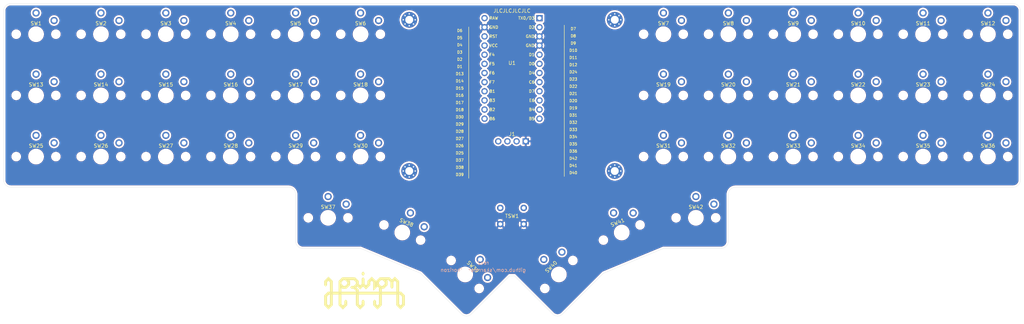
<source format=kicad_pcb>
(kicad_pcb (version 20171130) (host pcbnew "(5.1.4)-1")
  (layers (0 F.Cu signal) (31 B.Cu signal) (34 B.Paste user) (35 F.Paste user) (36 B.SilkS user) (37 F.SilkS user) (38 B.Mask user) (39 F.Mask user) (44 Edge.Cuts user))
  (net 0 "")
  (net 1 "Net-(D1-Pad2)")
  (net 2 "Net-(D2-Pad2)")
  (net 3 "Net-(D3-Pad2)")
  (net 4 "Net-(D4-Pad2)")
  (net 5 "Net-(D5-Pad2)")
  (net 6 "Net-(D6-Pad2)")
  (net 7 "Net-(D7-Pad2)")
  (net 8 "Net-(D8-Pad2)")
  (net 9 "Net-(D9-Pad2)")
  (net 10 "Net-(D10-Pad2)")
  (net 11 "Net-(D11-Pad2)")
  (net 12 "Net-(D12-Pad2)")
  (net 13 "Net-(D13-Pad2)")
  (net 14 "Net-(D14-Pad2)")
  (net 15 "Net-(D15-Pad2)")
  (net 16 "Net-(D16-Pad2)")
  (net 17 "Net-(D17-Pad2)")
  (net 18 "Net-(D18-Pad2)")
  (net 19 "Net-(D19-Pad2)")
  (net 20 "Net-(D20-Pad2)")
  (net 21 "Net-(D21-Pad2)")
  (net 22 "Net-(D22-Pad2)")
  (net 23 "Net-(D23-Pad2)")
  (net 24 "Net-(D24-Pad2)")
  (net 25 "Net-(D25-Pad2)")
  (net 26 "Net-(D26-Pad2)")
  (net 27 "Net-(D27-Pad2)")
  (net 28 "Net-(D28-Pad2)")
  (net 29 "Net-(D29-Pad2)")
  (net 30 "Net-(D30-Pad2)")
  (net 31 "Net-(D31-Pad2)")
  (net 32 "Net-(D32-Pad2)")
  (net 33 "Net-(D33-Pad2)")
  (net 34 "Net-(D34-Pad2)")
  (net 35 "Net-(D35-Pad2)")
  (net 36 "Net-(D36-Pad2)")
  (net 37 "Net-(D37-Pad2)")
  (net 38 "Net-(D38-Pad2)")
  (net 39 "Net-(D39-Pad2)")
  (net 40 "Net-(D40-Pad2)")
  (net 41 "Net-(D41-Pad2)")
  (net 42 "Net-(D42-Pad2)")
  (net 43 GND)
  (net 44 COL1)
  (net 45 COL2)
  (net 46 COL3)
  (net 47 COL4)
  (net 48 COL5)
  (net 49 COL6)
  (net 50 ROW1)
  (net 51 ROW2)
  (net 52 ROW3)
  (net 53 ROW4)
  (net 54 ROW5)
  (net 55 ROW6)
  (net 56 ROW7)
  (net 57 "Net-(H1-Pad1)")
  (net 58 "Net-(H2-Pad1)")
  (net 59 "Net-(H3-Pad1)")
  (net 60 "Net-(H4-Pad1)")
  (net 61 VCC)
  (net 62 SCL)
  (net 63 SDA)
  (net 64 "Net-(TSW1-Pad1)")
  (module horizon-footprints:SW_Choc (layer F.Cu) (at 295 137.5)
    (fp_text reference SW33 (at 0 -3) (layer F.SilkS))
    (fp_text value SW_Push)
    (pad "" np_thru_hole circle (at 5.5 0 180) (size 1.7 1.7) (drill 1.7) (layers *.Cu *.Mask))
    (pad "" np_thru_hole circle (at -5.5 0 180) (size 1.7 1.7) (drill 1.7) (layers *.Cu *.Mask))
    (pad 1 thru_hole circle (at 0 -5.9 180) (size 2 2) (drill 1.2) (layers *.Cu *.Mask) (net 46 COL3))
    (pad 2 thru_hole circle (at 5 -3.8 180) (size 2 2) (drill 1.2) (layers *.Cu *.Mask) (net 33 "Net-(D33-Pad2)"))
    (pad "" np_thru_hole circle (at 0 0 180) (size 3.4 3.4) (drill 3.4) (layers *.Cu *.Mask))
  )
  (module horizon-footprints:SW_Choc (layer F.Cu) (at 175 103.5)
    (fp_text reference SW6 (at 0 -3) (layer F.SilkS))
    (fp_text value SW_Push)
    (pad "" np_thru_hole circle (at 5.5 0 180) (size 1.7 1.7) (drill 1.7) (layers *.Cu *.Mask))
    (pad "" np_thru_hole circle (at -5.5 0 180) (size 1.7 1.7) (drill 1.7) (layers *.Cu *.Mask))
    (pad 1 thru_hole circle (at 0 -5.9 180) (size 2 2) (drill 1.2) (layers *.Cu *.Mask) (net 49 COL6))
    (pad 2 thru_hole circle (at 5 -3.8 180) (size 2 2) (drill 1.2) (layers *.Cu *.Mask) (net 6 "Net-(D6-Pad2)"))
    (pad "" np_thru_hole circle (at 0 0 180) (size 3.4 3.4) (drill 3.4) (layers *.Cu *.Mask))
  )
  (module horizon-footprints:SW_Choc (layer F.Cu) (at 247.432275 158.591175 22.5)
    (fp_text reference SW41 (at 0 -3 22.5) (layer F.SilkS))
    (fp_text value SW_Push)
    (pad "" np_thru_hole circle (at 5.5 0 202.5) (size 1.7 1.7) (drill 1.7) (layers *.Cu *.Mask))
    (pad "" np_thru_hole circle (at -5.5 0 202.5) (size 1.7 1.7) (drill 1.7) (layers *.Cu *.Mask))
    (pad 1 thru_hole circle (at 0 -5.9 202.5) (size 2 2) (drill 1.2) (layers *.Cu *.Mask) (net 48 COL5))
    (pad 2 thru_hole circle (at 5 -3.8 202.5) (size 2 2) (drill 1.2) (layers *.Cu *.Mask) (net 41 "Net-(D41-Pad2)"))
    (pad "" np_thru_hole circle (at 0 0 202.5) (size 3.4 3.4) (drill 3.4) (layers *.Cu *.Mask))
  )
  (module horizon-footprints:SW_Choc (layer F.Cu) (at 204.0042 170.241855 315)
    (fp_text reference SW39 (at 0 -3 135) (layer F.SilkS))
    (fp_text value SW_Push)
    (pad "" np_thru_hole circle (at 5.5 0 135) (size 1.7 1.7) (drill 1.7) (layers *.Cu *.Mask))
    (pad "" np_thru_hole circle (at -5.5 0 135) (size 1.7 1.7) (drill 1.7) (layers *.Cu *.Mask))
    (pad 1 thru_hole circle (at 0 -5.9 135) (size 2 2) (drill 1.2) (layers *.Cu *.Mask) (net 46 COL3))
    (pad 2 thru_hole circle (at 5 -3.8 135) (size 2 2) (drill 1.2) (layers *.Cu *.Mask) (net 39 "Net-(D39-Pad2)"))
    (pad "" np_thru_hole circle (at 0 0 135) (size 3.4 3.4) (drill 3.4) (layers *.Cu *.Mask))
  )
  (module horizon-footprints:SW_Choc (layer F.Cu) (at 186.567725 158.591175 337.5)
    (fp_text reference SW38 (at 0 -3 157.5) (layer F.SilkS))
    (fp_text value SW_Push)
    (pad "" np_thru_hole circle (at 5.5 0 157.5) (size 1.7 1.7) (drill 1.7) (layers *.Cu *.Mask))
    (pad "" np_thru_hole circle (at -5.5 0 157.5) (size 1.7 1.7) (drill 1.7) (layers *.Cu *.Mask))
    (pad 1 thru_hole circle (at 0 -5.9 157.5) (size 2 2) (drill 1.2) (layers *.Cu *.Mask) (net 45 COL2))
    (pad 2 thru_hole circle (at 5 -3.8 157.5) (size 2 2) (drill 1.2) (layers *.Cu *.Mask) (net 38 "Net-(D38-Pad2)"))
    (pad "" np_thru_hole circle (at 0 0 157.5) (size 3.4 3.4) (drill 3.4) (layers *.Cu *.Mask))
  )
  (module horizon-footprints:SW_Choc (layer F.Cu) (at 295 103.5)
    (fp_text reference SW9 (at 0 -3) (layer F.SilkS))
    (fp_text value SW_Push)
    (pad "" np_thru_hole circle (at 5.5 0 180) (size 1.7 1.7) (drill 1.7) (layers *.Cu *.Mask))
    (pad "" np_thru_hole circle (at -5.5 0 180) (size 1.7 1.7) (drill 1.7) (layers *.Cu *.Mask))
    (pad 1 thru_hole circle (at 0 -5.9 180) (size 2 2) (drill 1.2) (layers *.Cu *.Mask) (net 46 COL3))
    (pad 2 thru_hole circle (at 5 -3.8 180) (size 2 2) (drill 1.2) (layers *.Cu *.Mask) (net 9 "Net-(D9-Pad2)"))
    (pad "" np_thru_hole circle (at 0 0 180) (size 3.4 3.4) (drill 3.4) (layers *.Cu *.Mask))
  )
  (module horizon-footprints:SW_Choc (layer F.Cu) (at 166 154.5)
    (fp_text reference SW37 (at 0 -3) (layer F.SilkS))
    (fp_text value SW_Push)
    (pad "" np_thru_hole circle (at 5.5 0 180) (size 1.7 1.7) (drill 1.7) (layers *.Cu *.Mask))
    (pad "" np_thru_hole circle (at -5.5 0 180) (size 1.7 1.7) (drill 1.7) (layers *.Cu *.Mask))
    (pad 1 thru_hole circle (at 0 -5.9 180) (size 2 2) (drill 1.2) (layers *.Cu *.Mask) (net 44 COL1))
    (pad 2 thru_hole circle (at 5 -3.8 180) (size 2 2) (drill 1.2) (layers *.Cu *.Mask) (net 37 "Net-(D37-Pad2)"))
    (pad "" np_thru_hole circle (at 0 0 180) (size 3.4 3.4) (drill 3.4) (layers *.Cu *.Mask))
  )
  (module horizon-footprints:SW_Choc (layer F.Cu) (at 157 120.5)
    (fp_text reference SW17 (at 0 -3) (layer F.SilkS))
    (fp_text value SW_Push)
    (pad "" np_thru_hole circle (at 5.5 0 180) (size 1.7 1.7) (drill 1.7) (layers *.Cu *.Mask))
    (pad "" np_thru_hole circle (at -5.5 0 180) (size 1.7 1.7) (drill 1.7) (layers *.Cu *.Mask))
    (pad 1 thru_hole circle (at 0 -5.9 180) (size 2 2) (drill 1.2) (layers *.Cu *.Mask) (net 48 COL5))
    (pad 2 thru_hole circle (at 5 -3.8 180) (size 2 2) (drill 1.2) (layers *.Cu *.Mask) (net 17 "Net-(D17-Pad2)"))
    (pad "" np_thru_hole circle (at 0 0 180) (size 3.4 3.4) (drill 3.4) (layers *.Cu *.Mask))
  )
  (module horizon-footprints:SW_Choc (layer F.Cu) (at 157 103.5)
    (fp_text reference SW5 (at 0 -3) (layer F.SilkS))
    (fp_text value SW_Push)
    (pad "" np_thru_hole circle (at 5.5 0 180) (size 1.7 1.7) (drill 1.7) (layers *.Cu *.Mask))
    (pad "" np_thru_hole circle (at -5.5 0 180) (size 1.7 1.7) (drill 1.7) (layers *.Cu *.Mask))
    (pad 1 thru_hole circle (at 0 -5.9 180) (size 2 2) (drill 1.2) (layers *.Cu *.Mask) (net 48 COL5))
    (pad 2 thru_hole circle (at 5 -3.8 180) (size 2 2) (drill 1.2) (layers *.Cu *.Mask) (net 5 "Net-(D5-Pad2)"))
    (pad "" np_thru_hole circle (at 0 0 180) (size 3.4 3.4) (drill 3.4) (layers *.Cu *.Mask))
  )
  (module horizon-footprints:SW_Choc (layer F.Cu) (at 139 103.5)
    (fp_text reference SW4 (at 0 -3) (layer F.SilkS))
    (fp_text value SW_Push)
    (pad "" np_thru_hole circle (at 5.5 0 180) (size 1.7 1.7) (drill 1.7) (layers *.Cu *.Mask))
    (pad "" np_thru_hole circle (at -5.5 0 180) (size 1.7 1.7) (drill 1.7) (layers *.Cu *.Mask))
    (pad 1 thru_hole circle (at 0 -5.9 180) (size 2 2) (drill 1.2) (layers *.Cu *.Mask) (net 47 COL4))
    (pad 2 thru_hole circle (at 5 -3.8 180) (size 2 2) (drill 1.2) (layers *.Cu *.Mask) (net 4 "Net-(D4-Pad2)"))
    (pad "" np_thru_hole circle (at 0 0 180) (size 3.4 3.4) (drill 3.4) (layers *.Cu *.Mask))
  )
  (module horizon-footprints:SW_Choc (layer F.Cu) (at 259 103.5)
    (fp_text reference SW7 (at 0 -3) (layer F.SilkS))
    (fp_text value SW_Push)
    (pad "" np_thru_hole circle (at 5.5 0 180) (size 1.7 1.7) (drill 1.7) (layers *.Cu *.Mask))
    (pad "" np_thru_hole circle (at -5.5 0 180) (size 1.7 1.7) (drill 1.7) (layers *.Cu *.Mask))
    (pad 1 thru_hole circle (at 0 -5.9 180) (size 2 2) (drill 1.2) (layers *.Cu *.Mask) (net 44 COL1))
    (pad 2 thru_hole circle (at 5 -3.8 180) (size 2 2) (drill 1.2) (layers *.Cu *.Mask) (net 7 "Net-(D7-Pad2)"))
    (pad "" np_thru_hole circle (at 0 0 180) (size 3.4 3.4) (drill 3.4) (layers *.Cu *.Mask))
  )
  (module horizon-footprints:SW_Choc (layer F.Cu) (at 268 154.5)
    (fp_text reference SW42 (at 0 -3) (layer F.SilkS))
    (fp_text value SW_Push)
    (pad "" np_thru_hole circle (at 5.5 0 180) (size 1.7 1.7) (drill 1.7) (layers *.Cu *.Mask))
    (pad "" np_thru_hole circle (at -5.5 0 180) (size 1.7 1.7) (drill 1.7) (layers *.Cu *.Mask))
    (pad 1 thru_hole circle (at 0 -5.9 180) (size 2 2) (drill 1.2) (layers *.Cu *.Mask) (net 49 COL6))
    (pad 2 thru_hole circle (at 5 -3.8 180) (size 2 2) (drill 1.2) (layers *.Cu *.Mask) (net 42 "Net-(D42-Pad2)"))
    (pad "" np_thru_hole circle (at 0 0 180) (size 3.4 3.4) (drill 3.4) (layers *.Cu *.Mask))
  )
  (module horizon-footprints:SW_Choc (layer F.Cu) (at 229.9958 170.241855 45)
    (fp_text reference SW40 (at 0 -3 45) (layer F.SilkS))
    (fp_text value SW_Push)
    (pad "" np_thru_hole circle (at 5.5 0 225) (size 1.7 1.7) (drill 1.7) (layers *.Cu *.Mask))
    (pad "" np_thru_hole circle (at -5.5 0 225) (size 1.7 1.7) (drill 1.7) (layers *.Cu *.Mask))
    (pad 1 thru_hole circle (at 0 -5.9 225) (size 2 2) (drill 1.2) (layers *.Cu *.Mask) (net 47 COL4))
    (pad 2 thru_hole circle (at 5 -3.8 225) (size 2 2) (drill 1.2) (layers *.Cu *.Mask) (net 40 "Net-(D40-Pad2)"))
    (pad "" np_thru_hole circle (at 0 0 225) (size 3.4 3.4) (drill 3.4) (layers *.Cu *.Mask))
  )
  (module horizon-footprints:SW_Choc (layer F.Cu) (at 295 120.5)
    (fp_text reference SW21 (at 0 -3) (layer F.SilkS))
    (fp_text value SW_Push)
    (pad "" np_thru_hole circle (at 5.5 0 180) (size 1.7 1.7) (drill 1.7) (layers *.Cu *.Mask))
    (pad "" np_thru_hole circle (at -5.5 0 180) (size 1.7 1.7) (drill 1.7) (layers *.Cu *.Mask))
    (pad 1 thru_hole circle (at 0 -5.9 180) (size 2 2) (drill 1.2) (layers *.Cu *.Mask) (net 46 COL3))
    (pad 2 thru_hole circle (at 5 -3.8 180) (size 2 2) (drill 1.2) (layers *.Cu *.Mask) (net 21 "Net-(D21-Pad2)"))
    (pad "" np_thru_hole circle (at 0 0 180) (size 3.4 3.4) (drill 3.4) (layers *.Cu *.Mask))
  )
  (module horizon-footprints:SW_Choc (layer F.Cu) (at 277 120.5)
    (fp_text reference SW20 (at 0 -3) (layer F.SilkS))
    (fp_text value SW_Push)
    (pad "" np_thru_hole circle (at 5.5 0 180) (size 1.7 1.7) (drill 1.7) (layers *.Cu *.Mask))
    (pad "" np_thru_hole circle (at -5.5 0 180) (size 1.7 1.7) (drill 1.7) (layers *.Cu *.Mask))
    (pad 1 thru_hole circle (at 0 -5.9 180) (size 2 2) (drill 1.2) (layers *.Cu *.Mask) (net 45 COL2))
    (pad 2 thru_hole circle (at 5 -3.8 180) (size 2 2) (drill 1.2) (layers *.Cu *.Mask) (net 20 "Net-(D20-Pad2)"))
    (pad "" np_thru_hole circle (at 0 0 180) (size 3.4 3.4) (drill 3.4) (layers *.Cu *.Mask))
  )
  (module horizon-footprints:SW_Choc (layer F.Cu) (at 259 120.5)
    (fp_text reference SW19 (at 0 -3) (layer F.SilkS))
    (fp_text value SW_Push)
    (pad "" np_thru_hole circle (at 5.5 0 180) (size 1.7 1.7) (drill 1.7) (layers *.Cu *.Mask))
    (pad "" np_thru_hole circle (at -5.5 0 180) (size 1.7 1.7) (drill 1.7) (layers *.Cu *.Mask))
    (pad 1 thru_hole circle (at 0 -5.9 180) (size 2 2) (drill 1.2) (layers *.Cu *.Mask) (net 44 COL1))
    (pad 2 thru_hole circle (at 5 -3.8 180) (size 2 2) (drill 1.2) (layers *.Cu *.Mask) (net 19 "Net-(D19-Pad2)"))
    (pad "" np_thru_hole circle (at 0 0 180) (size 3.4 3.4) (drill 3.4) (layers *.Cu *.Mask))
  )
  (module horizon-footprints:SW_Choc (layer F.Cu) (at 175 120.5)
    (fp_text reference SW18 (at 0 -3) (layer F.SilkS))
    (fp_text value SW_Push)
    (pad "" np_thru_hole circle (at 5.5 0 180) (size 1.7 1.7) (drill 1.7) (layers *.Cu *.Mask))
    (pad "" np_thru_hole circle (at -5.5 0 180) (size 1.7 1.7) (drill 1.7) (layers *.Cu *.Mask))
    (pad 1 thru_hole circle (at 0 -5.9 180) (size 2 2) (drill 1.2) (layers *.Cu *.Mask) (net 49 COL6))
    (pad 2 thru_hole circle (at 5 -3.8 180) (size 2 2) (drill 1.2) (layers *.Cu *.Mask) (net 18 "Net-(D18-Pad2)"))
    (pad "" np_thru_hole circle (at 0 0 180) (size 3.4 3.4) (drill 3.4) (layers *.Cu *.Mask))
  )
  (module horizon-footprints:SW_Choc (layer F.Cu) (at 157 137.5)
    (fp_text reference SW29 (at 0 -3) (layer F.SilkS))
    (fp_text value SW_Push)
    (pad "" np_thru_hole circle (at 5.5 0 180) (size 1.7 1.7) (drill 1.7) (layers *.Cu *.Mask))
    (pad "" np_thru_hole circle (at -5.5 0 180) (size 1.7 1.7) (drill 1.7) (layers *.Cu *.Mask))
    (pad 1 thru_hole circle (at 0 -5.9 180) (size 2 2) (drill 1.2) (layers *.Cu *.Mask) (net 48 COL5))
    (pad 2 thru_hole circle (at 5 -3.8 180) (size 2 2) (drill 1.2) (layers *.Cu *.Mask) (net 29 "Net-(D29-Pad2)"))
    (pad "" np_thru_hole circle (at 0 0 180) (size 3.4 3.4) (drill 3.4) (layers *.Cu *.Mask))
  )
  (module horizon-footprints:SW_Choc (layer F.Cu) (at 277 137.5)
    (fp_text reference SW32 (at 0 -3) (layer F.SilkS))
    (fp_text value SW_Push)
    (pad "" np_thru_hole circle (at 5.5 0 180) (size 1.7 1.7) (drill 1.7) (layers *.Cu *.Mask))
    (pad "" np_thru_hole circle (at -5.5 0 180) (size 1.7 1.7) (drill 1.7) (layers *.Cu *.Mask))
    (pad 1 thru_hole circle (at 0 -5.9 180) (size 2 2) (drill 1.2) (layers *.Cu *.Mask) (net 45 COL2))
    (pad 2 thru_hole circle (at 5 -3.8 180) (size 2 2) (drill 1.2) (layers *.Cu *.Mask) (net 32 "Net-(D32-Pad2)"))
    (pad "" np_thru_hole circle (at 0 0 180) (size 3.4 3.4) (drill 3.4) (layers *.Cu *.Mask))
  )
  (module horizon-footprints:SW_Choc (layer F.Cu) (at 139 137.5)
    (fp_text reference SW28 (at 0 -3) (layer F.SilkS))
    (fp_text value SW_Push)
    (pad "" np_thru_hole circle (at 5.5 0 180) (size 1.7 1.7) (drill 1.7) (layers *.Cu *.Mask))
    (pad "" np_thru_hole circle (at -5.5 0 180) (size 1.7 1.7) (drill 1.7) (layers *.Cu *.Mask))
    (pad 1 thru_hole circle (at 0 -5.9 180) (size 2 2) (drill 1.2) (layers *.Cu *.Mask) (net 47 COL4))
    (pad 2 thru_hole circle (at 5 -3.8 180) (size 2 2) (drill 1.2) (layers *.Cu *.Mask) (net 28 "Net-(D28-Pad2)"))
    (pad "" np_thru_hole circle (at 0 0 180) (size 3.4 3.4) (drill 3.4) (layers *.Cu *.Mask))
  )
  (module horizon-footprints:SW_Choc (layer F.Cu) (at 175 137.5)
    (fp_text reference SW30 (at 0 -3) (layer F.SilkS))
    (fp_text value SW_Push)
    (pad "" np_thru_hole circle (at 5.5 0 180) (size 1.7 1.7) (drill 1.7) (layers *.Cu *.Mask))
    (pad "" np_thru_hole circle (at -5.5 0 180) (size 1.7 1.7) (drill 1.7) (layers *.Cu *.Mask))
    (pad 1 thru_hole circle (at 0 -5.9 180) (size 2 2) (drill 1.2) (layers *.Cu *.Mask) (net 49 COL6))
    (pad 2 thru_hole circle (at 5 -3.8 180) (size 2 2) (drill 1.2) (layers *.Cu *.Mask) (net 30 "Net-(D30-Pad2)"))
    (pad "" np_thru_hole circle (at 0 0 180) (size 3.4 3.4) (drill 3.4) (layers *.Cu *.Mask))
  )
  (module horizon-footprints:SW_Choc (layer F.Cu) (at 139 120.5)
    (fp_text reference SW16 (at 0 -3) (layer F.SilkS))
    (fp_text value SW_Push)
    (pad "" np_thru_hole circle (at 5.5 0 180) (size 1.7 1.7) (drill 1.7) (layers *.Cu *.Mask))
    (pad "" np_thru_hole circle (at -5.5 0 180) (size 1.7 1.7) (drill 1.7) (layers *.Cu *.Mask))
    (pad 1 thru_hole circle (at 0 -5.9 180) (size 2 2) (drill 1.2) (layers *.Cu *.Mask) (net 47 COL4))
    (pad 2 thru_hole circle (at 5 -3.8 180) (size 2 2) (drill 1.2) (layers *.Cu *.Mask) (net 16 "Net-(D16-Pad2)"))
    (pad "" np_thru_hole circle (at 0 0 180) (size 3.4 3.4) (drill 3.4) (layers *.Cu *.Mask))
  )
  (module horizon-footprints:SW_Choc (layer F.Cu) (at 259 137.5)
    (fp_text reference SW31 (at 0 -3) (layer F.SilkS))
    (fp_text value SW_Push)
    (pad "" np_thru_hole circle (at 5.5 0 180) (size 1.7 1.7) (drill 1.7) (layers *.Cu *.Mask))
    (pad "" np_thru_hole circle (at -5.5 0 180) (size 1.7 1.7) (drill 1.7) (layers *.Cu *.Mask))
    (pad 1 thru_hole circle (at 0 -5.9 180) (size 2 2) (drill 1.2) (layers *.Cu *.Mask) (net 44 COL1))
    (pad 2 thru_hole circle (at 5 -3.8 180) (size 2 2) (drill 1.2) (layers *.Cu *.Mask) (net 31 "Net-(D31-Pad2)"))
    (pad "" np_thru_hole circle (at 0 0 180) (size 3.4 3.4) (drill 3.4) (layers *.Cu *.Mask))
  )
  (module horizon-footprints:SW_Choc (layer F.Cu) (at 277 103.5)
    (fp_text reference SW8 (at 0 -3) (layer F.SilkS))
    (fp_text value SW_Push)
    (pad "" np_thru_hole circle (at 5.5 0 180) (size 1.7 1.7) (drill 1.7) (layers *.Cu *.Mask))
    (pad "" np_thru_hole circle (at -5.5 0 180) (size 1.7 1.7) (drill 1.7) (layers *.Cu *.Mask))
    (pad 1 thru_hole circle (at 0 -5.9 180) (size 2 2) (drill 1.2) (layers *.Cu *.Mask) (net 45 COL2))
    (pad 2 thru_hole circle (at 5 -3.8 180) (size 2 2) (drill 1.2) (layers *.Cu *.Mask) (net 8 "Net-(D8-Pad2)"))
    (pad "" np_thru_hole circle (at 0 0 180) (size 3.4 3.4) (drill 3.4) (layers *.Cu *.Mask))
  )
  (module horizon-footprints:SW_Choc (layer F.Cu) (at 121 103.5)
    (fp_text reference SW3 (at 0 -3) (layer F.SilkS))
    (fp_text value SW_Push)
    (pad "" np_thru_hole circle (at 5.5 0 180) (size 1.7 1.7) (drill 1.7) (layers *.Cu *.Mask))
    (pad "" np_thru_hole circle (at -5.5 0 180) (size 1.7 1.7) (drill 1.7) (layers *.Cu *.Mask))
    (pad 1 thru_hole circle (at 0 -5.9 180) (size 2 2) (drill 1.2) (layers *.Cu *.Mask) (net 46 COL3))
    (pad 2 thru_hole circle (at 5 -3.8 180) (size 2 2) (drill 1.2) (layers *.Cu *.Mask) (net 3 "Net-(D3-Pad2)"))
    (pad "" np_thru_hole circle (at 0 0 180) (size 3.4 3.4) (drill 3.4) (layers *.Cu *.Mask))
  )
  (module horizon-footprints:SW_Choc (layer F.Cu) (at 121 120.5)
    (fp_text reference SW15 (at 0 -3) (layer F.SilkS))
    (fp_text value SW_Push)
    (pad "" np_thru_hole circle (at 5.5 0 180) (size 1.7 1.7) (drill 1.7) (layers *.Cu *.Mask))
    (pad "" np_thru_hole circle (at -5.5 0 180) (size 1.7 1.7) (drill 1.7) (layers *.Cu *.Mask))
    (pad 1 thru_hole circle (at 0 -5.9 180) (size 2 2) (drill 1.2) (layers *.Cu *.Mask) (net 46 COL3))
    (pad 2 thru_hole circle (at 5 -3.8 180) (size 2 2) (drill 1.2) (layers *.Cu *.Mask) (net 15 "Net-(D15-Pad2)"))
    (pad "" np_thru_hole circle (at 0 0 180) (size 3.4 3.4) (drill 3.4) (layers *.Cu *.Mask))
  )
  (module horizon-footprints:SW_Choc (layer F.Cu) (at 121 137.5)
    (fp_text reference SW27 (at 0 -3) (layer F.SilkS))
    (fp_text value SW_Push)
    (pad "" np_thru_hole circle (at 5.5 0 180) (size 1.7 1.7) (drill 1.7) (layers *.Cu *.Mask))
    (pad "" np_thru_hole circle (at -5.5 0 180) (size 1.7 1.7) (drill 1.7) (layers *.Cu *.Mask))
    (pad 1 thru_hole circle (at 0 -5.9 180) (size 2 2) (drill 1.2) (layers *.Cu *.Mask) (net 46 COL3))
    (pad 2 thru_hole circle (at 5 -3.8 180) (size 2 2) (drill 1.2) (layers *.Cu *.Mask) (net 27 "Net-(D27-Pad2)"))
    (pad "" np_thru_hole circle (at 0 0 180) (size 3.4 3.4) (drill 3.4) (layers *.Cu *.Mask))
  )
  (module horizon-footprints:SW_Choc (layer F.Cu) (at 103 120.5)
    (fp_text reference SW14 (at 0 -3) (layer F.SilkS))
    (fp_text value SW_Push)
    (pad "" np_thru_hole circle (at 5.5 0 180) (size 1.7 1.7) (drill 1.7) (layers *.Cu *.Mask))
    (pad "" np_thru_hole circle (at -5.5 0 180) (size 1.7 1.7) (drill 1.7) (layers *.Cu *.Mask))
    (pad 1 thru_hole circle (at 0 -5.9 180) (size 2 2) (drill 1.2) (layers *.Cu *.Mask) (net 45 COL2))
    (pad 2 thru_hole circle (at 5 -3.8 180) (size 2 2) (drill 1.2) (layers *.Cu *.Mask) (net 14 "Net-(D14-Pad2)"))
    (pad "" np_thru_hole circle (at 0 0 180) (size 3.4 3.4) (drill 3.4) (layers *.Cu *.Mask))
  )
  (module horizon-footprints:SW_Choc (layer F.Cu) (at 103 137.5)
    (fp_text reference SW26 (at 0 -3) (layer F.SilkS))
    (fp_text value SW_Push)
    (pad "" np_thru_hole circle (at 5.5 0 180) (size 1.7 1.7) (drill 1.7) (layers *.Cu *.Mask))
    (pad "" np_thru_hole circle (at -5.5 0 180) (size 1.7 1.7) (drill 1.7) (layers *.Cu *.Mask))
    (pad 1 thru_hole circle (at 0 -5.9 180) (size 2 2) (drill 1.2) (layers *.Cu *.Mask) (net 45 COL2))
    (pad 2 thru_hole circle (at 5 -3.8 180) (size 2 2) (drill 1.2) (layers *.Cu *.Mask) (net 26 "Net-(D26-Pad2)"))
    (pad "" np_thru_hole circle (at 0 0 180) (size 3.4 3.4) (drill 3.4) (layers *.Cu *.Mask))
  )
  (module horizon-footprints:SW_Choc (layer F.Cu) (at 103 103.5)
    (fp_text reference SW2 (at 0 -3) (layer F.SilkS))
    (fp_text value SW_Push)
    (pad "" np_thru_hole circle (at 5.5 0 180) (size 1.7 1.7) (drill 1.7) (layers *.Cu *.Mask))
    (pad "" np_thru_hole circle (at -5.5 0 180) (size 1.7 1.7) (drill 1.7) (layers *.Cu *.Mask))
    (pad 1 thru_hole circle (at 0 -5.9 180) (size 2 2) (drill 1.2) (layers *.Cu *.Mask) (net 45 COL2))
    (pad 2 thru_hole circle (at 5 -3.8 180) (size 2 2) (drill 1.2) (layers *.Cu *.Mask) (net 2 "Net-(D2-Pad2)"))
    (pad "" np_thru_hole circle (at 0 0 180) (size 3.4 3.4) (drill 3.4) (layers *.Cu *.Mask))
  )
  (module horizon-footprints:SW_Choc (layer F.Cu) (at 85 137.5)
    (fp_text reference SW25 (at 0 -3) (layer F.SilkS))
    (fp_text value SW_Push)
    (pad "" np_thru_hole circle (at 5.5 0 180) (size 1.7 1.7) (drill 1.7) (layers *.Cu *.Mask))
    (pad "" np_thru_hole circle (at -5.5 0 180) (size 1.7 1.7) (drill 1.7) (layers *.Cu *.Mask))
    (pad 1 thru_hole circle (at 0 -5.9 180) (size 2 2) (drill 1.2) (layers *.Cu *.Mask) (net 44 COL1))
    (pad 2 thru_hole circle (at 5 -3.8 180) (size 2 2) (drill 1.2) (layers *.Cu *.Mask) (net 25 "Net-(D25-Pad2)"))
    (pad "" np_thru_hole circle (at 0 0 180) (size 3.4 3.4) (drill 3.4) (layers *.Cu *.Mask))
  )
  (module horizon-footprints:SW_Choc (layer F.Cu) (at 85 120.5)
    (fp_text reference SW13 (at 0 -3) (layer F.SilkS))
    (fp_text value SW_Push)
    (pad "" np_thru_hole circle (at 5.5 0 180) (size 1.7 1.7) (drill 1.7) (layers *.Cu *.Mask))
    (pad "" np_thru_hole circle (at -5.5 0 180) (size 1.7 1.7) (drill 1.7) (layers *.Cu *.Mask))
    (pad 1 thru_hole circle (at 0 -5.9 180) (size 2 2) (drill 1.2) (layers *.Cu *.Mask) (net 44 COL1))
    (pad 2 thru_hole circle (at 5 -3.8 180) (size 2 2) (drill 1.2) (layers *.Cu *.Mask) (net 13 "Net-(D13-Pad2)"))
    (pad "" np_thru_hole circle (at 0 0 180) (size 3.4 3.4) (drill 3.4) (layers *.Cu *.Mask))
  )
  (module horizon-footprints:SW_Choc (layer F.Cu) (at 85 103.5)
    (fp_text reference SW1 (at 0 -3) (layer F.SilkS))
    (fp_text value SW_Push)
    (pad "" np_thru_hole circle (at 5.5 0 180) (size 1.7 1.7) (drill 1.7) (layers *.Cu *.Mask))
    (pad "" np_thru_hole circle (at -5.5 0 180) (size 1.7 1.7) (drill 1.7) (layers *.Cu *.Mask))
    (pad 1 thru_hole circle (at 0 -5.9 180) (size 2 2) (drill 1.2) (layers *.Cu *.Mask) (net 44 COL1))
    (pad 2 thru_hole circle (at 5 -3.8 180) (size 2 2) (drill 1.2) (layers *.Cu *.Mask) (net 1 "Net-(D1-Pad2)"))
    (pad "" np_thru_hole circle (at 0 0 180) (size 3.4 3.4) (drill 3.4) (layers *.Cu *.Mask))
  )
  (module horizon-footprints:SW_Choc (layer F.Cu) (at 331 137.5)
    (fp_text reference SW35 (at 0 -3) (layer F.SilkS))
    (fp_text value SW_Push)
    (pad "" np_thru_hole circle (at 5.5 0 180) (size 1.7 1.7) (drill 1.7) (layers *.Cu *.Mask))
    (pad "" np_thru_hole circle (at -5.5 0 180) (size 1.7 1.7) (drill 1.7) (layers *.Cu *.Mask))
    (pad 1 thru_hole circle (at 0 -5.9 180) (size 2 2) (drill 1.2) (layers *.Cu *.Mask) (net 48 COL5))
    (pad 2 thru_hole circle (at 5 -3.8 180) (size 2 2) (drill 1.2) (layers *.Cu *.Mask) (net 35 "Net-(D35-Pad2)"))
    (pad "" np_thru_hole circle (at 0 0 180) (size 3.4 3.4) (drill 3.4) (layers *.Cu *.Mask))
  )
  (module horizon-footprints:SW_Choc (layer F.Cu) (at 313 137.5)
    (fp_text reference SW34 (at 0 -3) (layer F.SilkS))
    (fp_text value SW_Push)
    (pad "" np_thru_hole circle (at 5.5 0 180) (size 1.7 1.7) (drill 1.7) (layers *.Cu *.Mask))
    (pad "" np_thru_hole circle (at -5.5 0 180) (size 1.7 1.7) (drill 1.7) (layers *.Cu *.Mask))
    (pad 1 thru_hole circle (at 0 -5.9 180) (size 2 2) (drill 1.2) (layers *.Cu *.Mask) (net 47 COL4))
    (pad 2 thru_hole circle (at 5 -3.8 180) (size 2 2) (drill 1.2) (layers *.Cu *.Mask) (net 34 "Net-(D34-Pad2)"))
    (pad "" np_thru_hole circle (at 0 0 180) (size 3.4 3.4) (drill 3.4) (layers *.Cu *.Mask))
  )
  (module horizon-footprints:SW_Choc (layer F.Cu) (at 331 120.5)
    (fp_text reference SW23 (at 0 -3) (layer F.SilkS))
    (fp_text value SW_Push)
    (pad "" np_thru_hole circle (at 5.5 0 180) (size 1.7 1.7) (drill 1.7) (layers *.Cu *.Mask))
    (pad "" np_thru_hole circle (at -5.5 0 180) (size 1.7 1.7) (drill 1.7) (layers *.Cu *.Mask))
    (pad 1 thru_hole circle (at 0 -5.9 180) (size 2 2) (drill 1.2) (layers *.Cu *.Mask) (net 48 COL5))
    (pad 2 thru_hole circle (at 5 -3.8 180) (size 2 2) (drill 1.2) (layers *.Cu *.Mask) (net 23 "Net-(D23-Pad2)"))
    (pad "" np_thru_hole circle (at 0 0 180) (size 3.4 3.4) (drill 3.4) (layers *.Cu *.Mask))
  )
  (module horizon-footprints:SW_Choc (layer F.Cu) (at 313 120.5)
    (fp_text reference SW22 (at 0 -3) (layer F.SilkS))
    (fp_text value SW_Push)
    (pad "" np_thru_hole circle (at 5.5 0 180) (size 1.7 1.7) (drill 1.7) (layers *.Cu *.Mask))
    (pad "" np_thru_hole circle (at -5.5 0 180) (size 1.7 1.7) (drill 1.7) (layers *.Cu *.Mask))
    (pad 1 thru_hole circle (at 0 -5.9 180) (size 2 2) (drill 1.2) (layers *.Cu *.Mask) (net 47 COL4))
    (pad 2 thru_hole circle (at 5 -3.8 180) (size 2 2) (drill 1.2) (layers *.Cu *.Mask) (net 22 "Net-(D22-Pad2)"))
    (pad "" np_thru_hole circle (at 0 0 180) (size 3.4 3.4) (drill 3.4) (layers *.Cu *.Mask))
  )
  (module horizon-footprints:SW_Choc (layer F.Cu) (at 349 103.5)
    (fp_text reference SW12 (at 0 -3) (layer F.SilkS))
    (fp_text value SW_Push)
    (pad "" np_thru_hole circle (at 5.5 0 180) (size 1.7 1.7) (drill 1.7) (layers *.Cu *.Mask))
    (pad "" np_thru_hole circle (at -5.5 0 180) (size 1.7 1.7) (drill 1.7) (layers *.Cu *.Mask))
    (pad 1 thru_hole circle (at 0 -5.9 180) (size 2 2) (drill 1.2) (layers *.Cu *.Mask) (net 49 COL6))
    (pad 2 thru_hole circle (at 5 -3.8 180) (size 2 2) (drill 1.2) (layers *.Cu *.Mask) (net 12 "Net-(D12-Pad2)"))
    (pad "" np_thru_hole circle (at 0 0 180) (size 3.4 3.4) (drill 3.4) (layers *.Cu *.Mask))
  )
  (module horizon-footprints:SW_Choc (layer F.Cu) (at 349 120.5)
    (fp_text reference SW24 (at 0 -3) (layer F.SilkS))
    (fp_text value SW_Push)
    (pad "" np_thru_hole circle (at 5.5 0 180) (size 1.7 1.7) (drill 1.7) (layers *.Cu *.Mask))
    (pad "" np_thru_hole circle (at -5.5 0 180) (size 1.7 1.7) (drill 1.7) (layers *.Cu *.Mask))
    (pad 1 thru_hole circle (at 0 -5.9 180) (size 2 2) (drill 1.2) (layers *.Cu *.Mask) (net 49 COL6))
    (pad 2 thru_hole circle (at 5 -3.8 180) (size 2 2) (drill 1.2) (layers *.Cu *.Mask) (net 24 "Net-(D24-Pad2)"))
    (pad "" np_thru_hole circle (at 0 0 180) (size 3.4 3.4) (drill 3.4) (layers *.Cu *.Mask))
  )
  (module horizon-footprints:SW_Choc (layer F.Cu) (at 349 137.5)
    (fp_text reference SW36 (at 0 -3) (layer F.SilkS))
    (fp_text value SW_Push)
    (pad "" np_thru_hole circle (at 5.5 0 180) (size 1.7 1.7) (drill 1.7) (layers *.Cu *.Mask))
    (pad "" np_thru_hole circle (at -5.5 0 180) (size 1.7 1.7) (drill 1.7) (layers *.Cu *.Mask))
    (pad 1 thru_hole circle (at 0 -5.9 180) (size 2 2) (drill 1.2) (layers *.Cu *.Mask) (net 49 COL6))
    (pad 2 thru_hole circle (at 5 -3.8 180) (size 2 2) (drill 1.2) (layers *.Cu *.Mask) (net 36 "Net-(D36-Pad2)"))
    (pad "" np_thru_hole circle (at 0 0 180) (size 3.4 3.4) (drill 3.4) (layers *.Cu *.Mask))
  )
  (module horizon-footprints:SW_Choc (layer F.Cu) (at 331 103.5)
    (fp_text reference SW11 (at 0 -3) (layer F.SilkS))
    (fp_text value SW_Push)
    (pad "" np_thru_hole circle (at 5.5 0 180) (size 1.7 1.7) (drill 1.7) (layers *.Cu *.Mask))
    (pad "" np_thru_hole circle (at -5.5 0 180) (size 1.7 1.7) (drill 1.7) (layers *.Cu *.Mask))
    (pad 1 thru_hole circle (at 0 -5.9 180) (size 2 2) (drill 1.2) (layers *.Cu *.Mask) (net 48 COL5))
    (pad 2 thru_hole circle (at 5 -3.8 180) (size 2 2) (drill 1.2) (layers *.Cu *.Mask) (net 11 "Net-(D11-Pad2)"))
    (pad "" np_thru_hole circle (at 0 0 180) (size 3.4 3.4) (drill 3.4) (layers *.Cu *.Mask))
  )
  (module horizon-footprints:SW_Choc (layer F.Cu) (at 313 103.5)
    (fp_text reference SW10 (at 0 -3) (layer F.SilkS))
    (fp_text value SW_Push)
    (pad "" np_thru_hole circle (at 5.5 0 180) (size 1.7 1.7) (drill 1.7) (layers *.Cu *.Mask))
    (pad "" np_thru_hole circle (at -5.5 0 180) (size 1.7 1.7) (drill 1.7) (layers *.Cu *.Mask))
    (pad 1 thru_hole circle (at 0 -5.9 180) (size 2 2) (drill 1.2) (layers *.Cu *.Mask) (net 47 COL4))
    (pad 2 thru_hole circle (at 5 -3.8 180) (size 2 2) (drill 1.2) (layers *.Cu *.Mask) (net 10 "Net-(D10-Pad2)"))
    (pad "" np_thru_hole circle (at 0 0 180) (size 3.4 3.4) (drill 3.4) (layers *.Cu *.Mask))
  )
  (module horizon-footprints:D_SOD-123 (layer F.Cu) (at 202.5 116.5 180)
    (fp_text reference D14 (at 0 0) (layer F.SilkS) (effects (font (size 0.75 0.75))))
    (fp_text value D hide)
    (pad 2 smd rect (at 1.65 0 180) (size 0.9 1.2) (layers F.Cu F.Paste F.Mask) (net 14 "Net-(D14-Pad2)"))
    (pad 1 smd rect (at -1.65 0 180) (size 0.9 1.2) (layers F.Cu F.Paste F.Mask) (net 52 ROW3))
  )
  (module horizon-footprints:D_SOD-123 (layer F.Cu) (at 202.5 112.5 180)
    (fp_text reference D1 (at 0 0) (layer F.SilkS) (effects (font (size 0.75 0.75))))
    (fp_text value D hide)
    (pad 2 smd rect (at 1.65 0 180) (size 0.9 1.2) (layers F.Cu F.Paste F.Mask) (net 1 "Net-(D1-Pad2)"))
    (pad 1 smd rect (at -1.65 0 180) (size 0.9 1.2) (layers F.Cu F.Paste F.Mask) (net 50 ROW1))
  )
  (module horizon-footprints:D_SOD-123 (layer F.Cu) (at 234 102)
    (fp_text reference D7 (at 0 0) (layer F.SilkS) (effects (font (size 0.75 0.75))))
    (fp_text value D hide)
    (pad 2 smd rect (at 1.65 0) (size 0.9 1.2) (layers F.Cu F.Paste F.Mask) (net 7 "Net-(D7-Pad2)"))
    (pad 1 smd rect (at -1.65 0) (size 0.9 1.2) (layers F.Cu F.Paste F.Mask) (net 51 ROW2))
  )
  (module horizon-footprints:D_SOD-123 (layer F.Cu) (at 234 124)
    (fp_text reference D19 (at 0 0) (layer F.SilkS) (effects (font (size 0.75 0.75))))
    (fp_text value D hide)
    (pad 2 smd rect (at 1.65 0) (size 0.9 1.2) (layers F.Cu F.Paste F.Mask) (net 19 "Net-(D19-Pad2)"))
    (pad 1 smd rect (at -1.65 0) (size 0.9 1.2) (layers F.Cu F.Paste F.Mask) (net 53 ROW4))
  )
  (module horizon-footprints:D_SOD-123 (layer F.Cu) (at 202.5 114.5 180)
    (fp_text reference D13 (at 0 0) (layer F.SilkS) (effects (font (size 0.75 0.75))))
    (fp_text value D hide)
    (pad 2 smd rect (at 1.65 0 180) (size 0.9 1.2) (layers F.Cu F.Paste F.Mask) (net 13 "Net-(D13-Pad2)"))
    (pad 1 smd rect (at -1.65 0 180) (size 0.9 1.2) (layers F.Cu F.Paste F.Mask) (net 52 ROW3))
  )
  (module horizon-footprints:D_SOD-123 (layer F.Cu) (at 202.5 120.5 180)
    (fp_text reference D16 (at 0 0) (layer F.SilkS) (effects (font (size 0.75 0.75))))
    (fp_text value D hide)
    (pad 2 smd rect (at 1.65 0 180) (size 0.9 1.2) (layers F.Cu F.Paste F.Mask) (net 16 "Net-(D16-Pad2)"))
    (pad 1 smd rect (at -1.65 0 180) (size 0.9 1.2) (layers F.Cu F.Paste F.Mask) (net 52 ROW3))
  )
  (module horizon-footprints:D_SOD-123 (layer F.Cu) (at 202.5 118.5 180)
    (fp_text reference D15 (at 0 0) (layer F.SilkS) (effects (font (size 0.75 0.75))))
    (fp_text value D hide)
    (pad 2 smd rect (at 1.65 0 180) (size 0.9 1.2) (layers F.Cu F.Paste F.Mask) (net 15 "Net-(D15-Pad2)"))
    (pad 1 smd rect (at -1.65 0 180) (size 0.9 1.2) (layers F.Cu F.Paste F.Mask) (net 52 ROW3))
  )
  (module horizon-footprints:D_SOD-123 (layer F.Cu) (at 234 108)
    (fp_text reference D10 (at 0 0) (layer F.SilkS) (effects (font (size 0.75 0.75))))
    (fp_text value D hide)
    (pad 2 smd rect (at 1.65 0) (size 0.9 1.2) (layers F.Cu F.Paste F.Mask) (net 10 "Net-(D10-Pad2)"))
    (pad 1 smd rect (at -1.65 0) (size 0.9 1.2) (layers F.Cu F.Paste F.Mask) (net 51 ROW2))
  )
  (module horizon-footprints:D_SOD-123 (layer F.Cu) (at 234 110)
    (fp_text reference D11 (at 0 0) (layer F.SilkS) (effects (font (size 0.75 0.75))))
    (fp_text value D hide)
    (pad 2 smd rect (at 1.65 0) (size 0.9 1.2) (layers F.Cu F.Paste F.Mask) (net 11 "Net-(D11-Pad2)"))
    (pad 1 smd rect (at -1.65 0) (size 0.9 1.2) (layers F.Cu F.Paste F.Mask) (net 51 ROW2))
  )
  (module horizon-footprints:D_SOD-123 (layer F.Cu) (at 202.5 104.5 180)
    (fp_text reference D5 (at 0 0) (layer F.SilkS) (effects (font (size 0.75 0.75))))
    (fp_text value D hide)
    (pad 2 smd rect (at 1.65 0 180) (size 0.9 1.2) (layers F.Cu F.Paste F.Mask) (net 5 "Net-(D5-Pad2)"))
    (pad 1 smd rect (at -1.65 0 180) (size 0.9 1.2) (layers F.Cu F.Paste F.Mask) (net 50 ROW1))
  )
  (module horizon-footprints:D_SOD-123 (layer F.Cu) (at 202.5 124.5 180)
    (fp_text reference D18 (at 0 0) (layer F.SilkS) (effects (font (size 0.75 0.75))))
    (fp_text value D hide)
    (pad 2 smd rect (at 1.65 0 180) (size 0.9 1.2) (layers F.Cu F.Paste F.Mask) (net 18 "Net-(D18-Pad2)"))
    (pad 1 smd rect (at -1.65 0 180) (size 0.9 1.2) (layers F.Cu F.Paste F.Mask) (net 52 ROW3))
  )
  (module horizon-footprints:D_SOD-123 (layer F.Cu) (at 234 104)
    (fp_text reference D8 (at 0 0) (layer F.SilkS) (effects (font (size 0.75 0.75))))
    (fp_text value D hide)
    (pad 2 smd rect (at 1.65 0) (size 0.9 1.2) (layers F.Cu F.Paste F.Mask) (net 8 "Net-(D8-Pad2)"))
    (pad 1 smd rect (at -1.65 0) (size 0.9 1.2) (layers F.Cu F.Paste F.Mask) (net 51 ROW2))
  )
  (module horizon-footprints:D_SOD-123 (layer F.Cu) (at 202.5 102.5 180)
    (fp_text reference D6 (at 0 0) (layer F.SilkS) (effects (font (size 0.75 0.75))))
    (fp_text value D hide)
    (pad 2 smd rect (at 1.65 0 180) (size 0.9 1.2) (layers F.Cu F.Paste F.Mask) (net 6 "Net-(D6-Pad2)"))
    (pad 1 smd rect (at -1.65 0 180) (size 0.9 1.2) (layers F.Cu F.Paste F.Mask) (net 50 ROW1))
  )
  (module horizon-footprints:D_SOD-123 (layer F.Cu) (at 202.5 108.5 180)
    (fp_text reference D3 (at 0 0) (layer F.SilkS) (effects (font (size 0.75 0.75))))
    (fp_text value D hide)
    (pad 2 smd rect (at 1.65 0 180) (size 0.9 1.2) (layers F.Cu F.Paste F.Mask) (net 3 "Net-(D3-Pad2)"))
    (pad 1 smd rect (at -1.65 0 180) (size 0.9 1.2) (layers F.Cu F.Paste F.Mask) (net 50 ROW1))
  )
  (module horizon-footprints:D_SOD-123 (layer F.Cu) (at 234 120)
    (fp_text reference D21 (at 0 0) (layer F.SilkS) (effects (font (size 0.75 0.75))))
    (fp_text value D hide)
    (pad 2 smd rect (at 1.65 0) (size 0.9 1.2) (layers F.Cu F.Paste F.Mask) (net 21 "Net-(D21-Pad2)"))
    (pad 1 smd rect (at -1.65 0) (size 0.9 1.2) (layers F.Cu F.Paste F.Mask) (net 53 ROW4))
  )
  (module horizon-footprints:D_SOD-123 (layer F.Cu) (at 234 136)
    (fp_text reference D36 (at 0 0) (layer F.SilkS) (effects (font (size 0.75 0.75))))
    (fp_text value D hide)
    (pad 2 smd rect (at 1.65 0) (size 0.9 1.2) (layers F.Cu F.Paste F.Mask) (net 36 "Net-(D36-Pad2)"))
    (pad 1 smd rect (at -1.65 0) (size 0.9 1.2) (layers F.Cu F.Paste F.Mask) (net 55 ROW6))
  )
  (module horizon-footprints:D_SOD-123 (layer F.Cu) (at 202.5 110.5 180)
    (fp_text reference D2 (at 0 0) (layer F.SilkS) (effects (font (size 0.75 0.75))))
    (fp_text value D hide)
    (pad 2 smd rect (at 1.65 0 180) (size 0.9 1.2) (layers F.Cu F.Paste F.Mask) (net 2 "Net-(D2-Pad2)"))
    (pad 1 smd rect (at -1.65 0 180) (size 0.9 1.2) (layers F.Cu F.Paste F.Mask) (net 50 ROW1))
  )
  (module horizon-footprints:D_SOD-123 (layer F.Cu) (at 202.5 134.5 180)
    (fp_text reference D26 (at 0 0) (layer F.SilkS) (effects (font (size 0.75 0.75))))
    (fp_text value D hide)
    (pad 2 smd rect (at 1.65 0 180) (size 0.9 1.2) (layers F.Cu F.Paste F.Mask) (net 26 "Net-(D26-Pad2)"))
    (pad 1 smd rect (at -1.65 0 180) (size 0.9 1.2) (layers F.Cu F.Paste F.Mask) (net 54 ROW5))
  )
  (module horizon-footprints:D_SOD-123 (layer F.Cu) (at 202.5 138.5 180)
    (fp_text reference D37 (at 0 0) (layer F.SilkS) (effects (font (size 0.75 0.75))))
    (fp_text value D hide)
    (pad 1 smd rect (at -1.65 0 180) (size 0.9 1.2) (layers F.Cu F.Paste F.Mask) (net 56 ROW7))
    (pad 2 smd rect (at 1.65 0 180) (size 0.9 1.2) (layers F.Cu F.Paste F.Mask) (net 37 "Net-(D37-Pad2)"))
  )
  (module horizon-footprints:D_SOD-123 (layer F.Cu) (at 234 118)
    (fp_text reference D22 (at 0 0) (layer F.SilkS) (effects (font (size 0.75 0.75))))
    (fp_text value D hide)
    (pad 2 smd rect (at 1.65 0) (size 0.9 1.2) (layers F.Cu F.Paste F.Mask) (net 22 "Net-(D22-Pad2)"))
    (pad 1 smd rect (at -1.65 0) (size 0.9 1.2) (layers F.Cu F.Paste F.Mask) (net 53 ROW4))
  )
  (module horizon-footprints:D_SOD-123 (layer F.Cu) (at 234 116)
    (fp_text reference D23 (at 0 0) (layer F.SilkS) (effects (font (size 0.75 0.75))))
    (fp_text value D hide)
    (pad 2 smd rect (at 1.65 0) (size 0.9 1.2) (layers F.Cu F.Paste F.Mask) (net 23 "Net-(D23-Pad2)"))
    (pad 1 smd rect (at -1.65 0) (size 0.9 1.2) (layers F.Cu F.Paste F.Mask) (net 53 ROW4))
  )
  (module horizon-footprints:D_SOD-123 (layer F.Cu) (at 234 132)
    (fp_text reference D34 (at 0 0) (layer F.SilkS) (effects (font (size 0.75 0.75))))
    (fp_text value D hide)
    (pad 2 smd rect (at 1.65 0) (size 0.9 1.2) (layers F.Cu F.Paste F.Mask) (net 34 "Net-(D34-Pad2)"))
    (pad 1 smd rect (at -1.65 0) (size 0.9 1.2) (layers F.Cu F.Paste F.Mask) (net 55 ROW6))
  )
  (module horizon-footprints:Pro-Micro (layer F.Cu) (at 217 95)
    (fp_text reference U1 (at 0 16.5) (layer F.SilkS))
    (fp_text value PRO-MICRO)
    (fp_text user B2 (at -6.35 29.43) (layer F.SilkS) (effects (font (size 0.8 0.8)) (justify left)))
    (fp_text user F7 (at -6.35 21.81) (layer F.SilkS) (effects (font (size 0.8 0.8)) (justify left)))
    (fp_text user F6 (at -6.35 19.27) (layer F.SilkS) (effects (font (size 0.8 0.8)) (justify left)))
    (fp_text user F5 (at -6.35 16.73) (layer F.SilkS) (effects (font (size 0.8 0.8)) (justify left)))
    (fp_text user RAW (at -6.35 4.03) (layer F.SilkS) (effects (font (size 0.8 0.8)) (justify left)))
    (fp_text user GND (at -6.35 6.57) (layer F.SilkS) (effects (font (size 0.8 0.8)) (justify left)))
    (fp_text user VCC (at -6.35 11.65) (layer F.SilkS) (effects (font (size 0.8 0.8)) (justify left)))
    (fp_text user F4 (at -6.35 14.19) (layer F.SilkS) (effects (font (size 0.8 0.8)) (justify left)))
    (fp_text user B1 (at -6.35 24.35) (layer F.SilkS) (effects (font (size 0.8 0.8)) (justify left)))
    (fp_text user B3 (at -6.35 26.89) (layer F.SilkS) (effects (font (size 0.8 0.8)) (justify left)))
    (fp_text user B6 (at -6.35 31.97) (layer F.SilkS) (effects (font (size 0.8 0.8)) (justify left)))
    (fp_text user B5 (at 6.35 31.97) (layer F.SilkS) (effects (font (size 0.8 0.8)) (justify right)))
    (fp_text user B4 (at 6.35 29.43) (layer F.SilkS) (effects (font (size 0.8 0.8)) (justify right)))
    (fp_text user E6 (at 6.35 26.89) (layer F.SilkS) (effects (font (size 0.8 0.8)) (justify right)))
    (fp_text user D7 (at 6.35 24.35) (layer F.SilkS) (effects (font (size 0.8 0.8)) (justify right)))
    (fp_text user C6 (at 6.35 21.81) (layer F.SilkS) (effects (font (size 0.8 0.8)) (justify right)))
    (fp_text user D4 (at 6.35 19.27) (layer F.SilkS) (effects (font (size 0.8 0.8)) (justify right)))
    (fp_text user GND (at 6.35 9.11) (layer F.SilkS) (effects (font (size 0.8 0.8)) (justify right)))
    (fp_text user GND (at 6.35 11.65) (layer F.SilkS) (effects (font (size 0.8 0.8)) (justify right)))
    (fp_text user D1 (at 6.35 14.19) (layer F.SilkS) (effects (font (size 0.8 0.8)) (justify right)))
    (fp_text user D0 (at 6.35 16.73) (layer F.SilkS) (effects (font (size 0.8 0.8)) (justify right)))
    (fp_text user D2 (at 6.35 6.57) (layer F.SilkS) (effects (font (size 0.8 0.8)) (justify right)))
    (fp_text user TX0/D3 (at 6.35 4.03) (layer F.SilkS) (effects (font (size 0.8 0.8)) (justify right)))
    (fp_text user RST (at -6.35 9.11) (layer F.SilkS) (effects (font (size 0.8 0.8)) (justify left)))
    (pad 1 thru_hole rect (at 7.62 4.03) (size 1.75 1.75) (drill 1.05) (layers *.Cu *.Mask) (net 51 ROW2))
    (pad 2 thru_hole circle (at 7.62 6.57) (size 1.75 1.75) (drill 1.05) (layers *.Cu *.Mask) (net 53 ROW4))
    (pad 3 thru_hole circle (at 7.62 9.11) (size 1.75 1.75) (drill 1.05) (layers *.Cu *.Mask) (net 43 GND))
    (pad 4 thru_hole circle (at 7.62 11.65) (size 1.75 1.75) (drill 1.05) (layers *.Cu *.Mask) (net 43 GND))
    (pad 5 thru_hole circle (at 7.62 14.19) (size 1.75 1.75) (drill 1.05) (layers *.Cu *.Mask) (net 63 SDA))
    (pad 6 thru_hole circle (at 7.62 16.73) (size 1.75 1.75) (drill 1.05) (layers *.Cu *.Mask) (net 62 SCL))
    (pad 7 thru_hole circle (at 7.62 19.27) (size 1.75 1.75) (drill 1.05) (layers *.Cu *.Mask) (net 44 COL1))
    (pad 8 thru_hole circle (at 7.62 21.81) (size 1.75 1.75) (drill 1.05) (layers *.Cu *.Mask) (net 45 COL2))
    (pad 9 thru_hole circle (at 7.62 24.35) (size 1.75 1.75) (drill 1.05) (layers *.Cu *.Mask) (net 46 COL3))
    (pad 10 thru_hole circle (at 7.62 26.89) (size 1.75 1.75) (drill 1.05) (layers *.Cu *.Mask) (net 47 COL4))
    (pad 11 thru_hole circle (at 7.62 29.43) (size 1.75 1.75) (drill 1.05) (layers *.Cu *.Mask) (net 48 COL5))
    (pad 13 thru_hole circle (at -7.62 31.97) (size 1.75 1.75) (drill 1.05) (layers *.Cu *.Mask) (net 56 ROW7))
    (pad 14 thru_hole circle (at -7.62 29.43) (size 1.75 1.75) (drill 1.05) (layers *.Cu *.Mask) (net 55 ROW6))
    (pad 15 thru_hole circle (at -7.62 26.89) (size 1.75 1.75) (drill 1.05) (layers *.Cu *.Mask) (net 54 ROW5))
    (pad 16 thru_hole circle (at -7.62 24.35) (size 1.75 1.75) (drill 1.05) (layers *.Cu *.Mask) (net 52 ROW3))
    (pad 17 thru_hole circle (at -7.62 21.81) (size 1.75 1.75) (drill 1.05) (layers *.Cu *.Mask) (net 50 ROW1))
    (pad 18 thru_hole circle (at -7.62 19.27 270) (size 1.75 1.75) (drill 1.05) (layers *.Cu *.Mask))
    (pad 19 thru_hole circle (at -7.62 16.73) (size 1.75 1.75) (drill 1.05) (layers *.Cu *.Mask))
    (pad 20 thru_hole circle (at -7.62 14.19) (size 1.75 1.75) (drill 1.05) (layers *.Cu *.Mask))
    (pad 21 thru_hole circle (at -7.62 11.65) (size 1.75 1.75) (drill 1.05) (layers *.Cu *.Mask) (net 61 VCC))
    (pad 22 thru_hole circle (at -7.62 9.11) (size 1.75 1.75) (drill 1.05) (layers *.Cu *.Mask) (net 64 "Net-(TSW1-Pad1)"))
    (pad 23 thru_hole circle (at -7.62 6.57) (size 1.75 1.75) (drill 1.05) (layers *.Cu *.Mask) (net 43 GND))
    (pad 12 thru_hole circle (at 7.62 31.97) (size 1.75 1.75) (drill 1.05) (layers *.Cu *.Mask) (net 49 COL6))
    (pad 24 thru_hole circle (at -7.62 4.03) (size 1.75 1.75) (drill 1.05) (layers *.Cu *.Mask))
  )
  (module horizon-footprints:D_SOD-123 (layer F.Cu) (at 202.5 128.5 180)
    (fp_text reference D29 (at 0 0) (layer F.SilkS) (effects (font (size 0.75 0.75))))
    (fp_text value D hide)
    (pad 2 smd rect (at 1.65 0 180) (size 0.9 1.2) (layers F.Cu F.Paste F.Mask) (net 29 "Net-(D29-Pad2)"))
    (pad 1 smd rect (at -1.65 0 180) (size 0.9 1.2) (layers F.Cu F.Paste F.Mask) (net 54 ROW5))
  )
  (module horizon-footprints:D_SOD-123 (layer F.Cu) (at 202.5 130.5 180)
    (fp_text reference D28 (at 0 0) (layer F.SilkS) (effects (font (size 0.75 0.75))))
    (fp_text value D hide)
    (pad 2 smd rect (at 1.65 0 180) (size 0.9 1.2) (layers F.Cu F.Paste F.Mask) (net 28 "Net-(D28-Pad2)"))
    (pad 1 smd rect (at -1.65 0 180) (size 0.9 1.2) (layers F.Cu F.Paste F.Mask) (net 54 ROW5))
  )
  (module horizon-footprints:D_SOD-123 (layer F.Cu) (at 234 128)
    (fp_text reference D32 (at 0 0) (layer F.SilkS) (effects (font (size 0.75 0.75))))
    (fp_text value D hide)
    (pad 2 smd rect (at 1.65 0) (size 0.9 1.2) (layers F.Cu F.Paste F.Mask) (net 32 "Net-(D32-Pad2)"))
    (pad 1 smd rect (at -1.65 0) (size 0.9 1.2) (layers F.Cu F.Paste F.Mask) (net 55 ROW6))
  )
  (module horizon-footprints:D_SOD-123 (layer F.Cu) (at 234 134)
    (fp_text reference D35 (at 0 0) (layer F.SilkS) (effects (font (size 0.75 0.75))))
    (fp_text value D hide)
    (pad 2 smd rect (at 1.65 0) (size 0.9 1.2) (layers F.Cu F.Paste F.Mask) (net 35 "Net-(D35-Pad2)"))
    (pad 1 smd rect (at -1.65 0) (size 0.9 1.2) (layers F.Cu F.Paste F.Mask) (net 55 ROW6))
  )
  (module horizon-footprints:D_SOD-123 (layer F.Cu) (at 202.5 136.5 180)
    (fp_text reference D25 (at 0 0) (layer F.SilkS) (effects (font (size 0.75 0.75))))
    (fp_text value D hide)
    (pad 2 smd rect (at 1.65 0 180) (size 0.9 1.2) (layers F.Cu F.Paste F.Mask) (net 25 "Net-(D25-Pad2)"))
    (pad 1 smd rect (at -1.65 0 180) (size 0.9 1.2) (layers F.Cu F.Paste F.Mask) (net 54 ROW5))
  )
  (module horizon-footprints:D_SOD-123 (layer F.Cu) (at 202.5 140.5 180)
    (fp_text reference D38 (at 0 0) (layer F.SilkS) (effects (font (size 0.75 0.75))))
    (fp_text value D hide)
    (pad 1 smd rect (at -1.65 0 180) (size 0.9 1.2) (layers F.Cu F.Paste F.Mask) (net 56 ROW7))
    (pad 2 smd rect (at 1.65 0 180) (size 0.9 1.2) (layers F.Cu F.Paste F.Mask) (net 38 "Net-(D38-Pad2)"))
  )
  (module horizon-footprints:D_SOD-123 (layer F.Cu) (at 202.5 142.5 180)
    (fp_text reference D39 (at 0 0) (layer F.SilkS) (effects (font (size 0.75 0.75))))
    (fp_text value D hide)
    (pad 1 smd rect (at -1.65 0 180) (size 0.9 1.2) (layers F.Cu F.Paste F.Mask) (net 56 ROW7))
    (pad 2 smd rect (at 1.65 0 180) (size 0.9 1.2) (layers F.Cu F.Paste F.Mask) (net 39 "Net-(D39-Pad2)"))
  )
  (module horizon-footprints:D_SOD-123 (layer F.Cu) (at 234 142)
    (fp_text reference D40 (at 0 0) (layer F.SilkS) (effects (font (size 0.75 0.75))))
    (fp_text value D hide)
    (pad 1 smd rect (at -1.65 0) (size 0.9 1.2) (layers F.Cu F.Paste F.Mask) (net 56 ROW7))
    (pad 2 smd rect (at 1.65 0) (size 0.9 1.2) (layers F.Cu F.Paste F.Mask) (net 40 "Net-(D40-Pad2)"))
  )
  (module horizon-footprints:D_SOD-123 (layer F.Cu) (at 202.5 132.5 180)
    (fp_text reference D27 (at 0 0) (layer F.SilkS) (effects (font (size 0.75 0.75))))
    (fp_text value D hide)
    (pad 2 smd rect (at 1.65 0 180) (size 0.9 1.2) (layers F.Cu F.Paste F.Mask) (net 27 "Net-(D27-Pad2)"))
    (pad 1 smd rect (at -1.65 0 180) (size 0.9 1.2) (layers F.Cu F.Paste F.Mask) (net 54 ROW5))
  )
  (module horizon-footprints:D_SOD-123 (layer F.Cu) (at 234 130)
    (fp_text reference D33 (at 0 0) (layer F.SilkS) (effects (font (size 0.75 0.75))))
    (fp_text value D hide)
    (pad 2 smd rect (at 1.65 0) (size 0.9 1.2) (layers F.Cu F.Paste F.Mask) (net 33 "Net-(D33-Pad2)"))
    (pad 1 smd rect (at -1.65 0) (size 0.9 1.2) (layers F.Cu F.Paste F.Mask) (net 55 ROW6))
  )
  (module horizon-footprints:D_SOD-123 (layer F.Cu) (at 234 126)
    (fp_text reference D31 (at 0 0) (layer F.SilkS) (effects (font (size 0.75 0.75))))
    (fp_text value D hide)
    (pad 2 smd rect (at 1.65 0) (size 0.9 1.2) (layers F.Cu F.Paste F.Mask) (net 31 "Net-(D31-Pad2)"))
    (pad 1 smd rect (at -1.65 0) (size 0.9 1.2) (layers F.Cu F.Paste F.Mask) (net 55 ROW6))
  )
  (module horizon-footprints:D_SOD-123 (layer F.Cu) (at 234 140)
    (fp_text reference D41 (at 0 0) (layer F.SilkS) (effects (font (size 0.75 0.75))))
    (fp_text value D hide)
    (pad 1 smd rect (at -1.65 0) (size 0.9 1.2) (layers F.Cu F.Paste F.Mask) (net 56 ROW7))
    (pad 2 smd rect (at 1.65 0) (size 0.9 1.2) (layers F.Cu F.Paste F.Mask) (net 41 "Net-(D41-Pad2)"))
  )
  (module horizon-footprints:D_SOD-123 (layer F.Cu) (at 234 138)
    (fp_text reference D42 (at 0 0) (layer F.SilkS) (effects (font (size 0.75 0.75))))
    (fp_text value D hide)
    (pad 1 smd rect (at -1.65 0) (size 0.9 1.2) (layers F.Cu F.Paste F.Mask) (net 56 ROW7))
    (pad 2 smd rect (at 1.65 0) (size 0.9 1.2) (layers F.Cu F.Paste F.Mask) (net 42 "Net-(D42-Pad2)"))
  )
  (module horizon-footprints:D_SOD-123 (layer F.Cu) (at 234 106)
    (fp_text reference D9 (at 0 0) (layer F.SilkS) (effects (font (size 0.75 0.75))))
    (fp_text value D hide)
    (pad 2 smd rect (at 1.65 0) (size 0.9 1.2) (layers F.Cu F.Paste F.Mask) (net 9 "Net-(D9-Pad2)"))
    (pad 1 smd rect (at -1.65 0) (size 0.9 1.2) (layers F.Cu F.Paste F.Mask) (net 51 ROW2))
  )
  (module horizon-footprints:Mount_M2 (layer F.Cu) (at 188.5 141.5)
    (fp_text reference H3 hide)
    (fp_text value Hole_Pad)
    (pad 1 thru_hole circle (at 1.166726 -1.166726) (size 0.7 0.7) (drill 0.4) (layers *.Cu *.Mask) (net 59 "Net-(H3-Pad1)"))
    (pad 1 thru_hole circle (at 0 -1.65) (size 0.7 0.7) (drill 0.4) (layers *.Cu *.Mask) (net 59 "Net-(H3-Pad1)"))
    (pad 1 thru_hole circle (at -1.166726 -1.166726) (size 0.7 0.7) (drill 0.4) (layers *.Cu *.Mask) (net 59 "Net-(H3-Pad1)"))
    (pad 1 thru_hole circle (at -1.65 0) (size 0.7 0.7) (drill 0.4) (layers *.Cu *.Mask) (net 59 "Net-(H3-Pad1)"))
    (pad 1 thru_hole circle (at -1.166726 1.166726) (size 0.7 0.7) (drill 0.4) (layers *.Cu *.Mask) (net 59 "Net-(H3-Pad1)"))
    (pad 1 thru_hole circle (at 0 1.65) (size 0.7 0.7) (drill 0.4) (layers *.Cu *.Mask) (net 59 "Net-(H3-Pad1)"))
    (pad 1 thru_hole circle (at 1.166726 1.166726) (size 0.7 0.7) (drill 0.4) (layers *.Cu *.Mask) (net 59 "Net-(H3-Pad1)"))
    (pad 1 thru_hole circle (at 1.65 0) (size 0.7 0.7) (drill 0.4) (layers *.Cu *.Mask) (net 59 "Net-(H3-Pad1)"))
    (pad 1 thru_hole circle (at 0 0) (size 4.4 4.4) (drill 2.2) (layers *.Cu *.Mask) (net 59 "Net-(H3-Pad1)"))
  )
  (module horizon-footprints:Mount_M2 (layer F.Cu) (at 188.5 99.5)
    (fp_text reference H1 hide)
    (fp_text value Hole_Pad)
    (pad 1 thru_hole circle (at 1.166726 -1.166726) (size 0.7 0.7) (drill 0.4) (layers *.Cu *.Mask) (net 57 "Net-(H1-Pad1)"))
    (pad 1 thru_hole circle (at 0 -1.65) (size 0.7 0.7) (drill 0.4) (layers *.Cu *.Mask) (net 57 "Net-(H1-Pad1)"))
    (pad 1 thru_hole circle (at -1.166726 -1.166726) (size 0.7 0.7) (drill 0.4) (layers *.Cu *.Mask) (net 57 "Net-(H1-Pad1)"))
    (pad 1 thru_hole circle (at -1.65 0) (size 0.7 0.7) (drill 0.4) (layers *.Cu *.Mask) (net 57 "Net-(H1-Pad1)"))
    (pad 1 thru_hole circle (at -1.166726 1.166726) (size 0.7 0.7) (drill 0.4) (layers *.Cu *.Mask) (net 57 "Net-(H1-Pad1)"))
    (pad 1 thru_hole circle (at 0 1.65) (size 0.7 0.7) (drill 0.4) (layers *.Cu *.Mask) (net 57 "Net-(H1-Pad1)"))
    (pad 1 thru_hole circle (at 1.166726 1.166726) (size 0.7 0.7) (drill 0.4) (layers *.Cu *.Mask) (net 57 "Net-(H1-Pad1)"))
    (pad 1 thru_hole circle (at 1.65 0) (size 0.7 0.7) (drill 0.4) (layers *.Cu *.Mask) (net 57 "Net-(H1-Pad1)"))
    (pad 1 thru_hole circle (at 0 0) (size 4.4 4.4) (drill 2.2) (layers *.Cu *.Mask) (net 57 "Net-(H1-Pad1)"))
  )
  (module horizon-footprints:Header_1x04_2.54mm (layer F.Cu) (at 217 133.25 180)
    (fp_text reference J1 (at 0 2) (layer F.SilkS))
    (fp_text value OLED)
    (pad 4 thru_hole oval (at 3.81 0 180) (size 1.75 1.75) (drill 1.05) (layers *.Cu *.Mask) (net 63 SDA))
    (pad 3 thru_hole oval (at 1.27 0 180) (size 1.75 1.75) (drill 1.05) (layers *.Cu *.Mask) (net 62 SCL))
    (pad 2 thru_hole oval (at -1.27 0 180) (size 1.75 1.75) (drill 1.05) (layers *.Cu *.Mask) (net 61 VCC))
    (pad 1 thru_hole rect (at -3.81 0 180) (size 1.75 1.7) (drill 1.05) (layers *.Cu *.Mask) (net 43 GND))
  )
  (module horizon-footprints:D_SOD-123 (layer F.Cu) (at 202.5 126.5 180)
    (fp_text reference D30 (at 0 0) (layer F.SilkS) (effects (font (size 0.75 0.75))))
    (fp_text value D hide)
    (pad 2 smd rect (at 1.65 0 180) (size 0.9 1.2) (layers F.Cu F.Paste F.Mask) (net 30 "Net-(D30-Pad2)"))
    (pad 1 smd rect (at -1.65 0 180) (size 0.9 1.2) (layers F.Cu F.Paste F.Mask) (net 54 ROW5))
  )
  (module horizon-footprints:Mount_M2 (layer F.Cu) (at 245.5 99.5)
    (fp_text reference H2 hide)
    (fp_text value Hole_Pad)
    (pad 1 thru_hole circle (at 1.166726 -1.166726) (size 0.7 0.7) (drill 0.4) (layers *.Cu *.Mask) (net 58 "Net-(H2-Pad1)"))
    (pad 1 thru_hole circle (at 0 -1.65) (size 0.7 0.7) (drill 0.4) (layers *.Cu *.Mask) (net 58 "Net-(H2-Pad1)"))
    (pad 1 thru_hole circle (at -1.166726 -1.166726) (size 0.7 0.7) (drill 0.4) (layers *.Cu *.Mask) (net 58 "Net-(H2-Pad1)"))
    (pad 1 thru_hole circle (at -1.65 0) (size 0.7 0.7) (drill 0.4) (layers *.Cu *.Mask) (net 58 "Net-(H2-Pad1)"))
    (pad 1 thru_hole circle (at -1.166726 1.166726) (size 0.7 0.7) (drill 0.4) (layers *.Cu *.Mask) (net 58 "Net-(H2-Pad1)"))
    (pad 1 thru_hole circle (at 0 1.65) (size 0.7 0.7) (drill 0.4) (layers *.Cu *.Mask) (net 58 "Net-(H2-Pad1)"))
    (pad 1 thru_hole circle (at 1.166726 1.166726) (size 0.7 0.7) (drill 0.4) (layers *.Cu *.Mask) (net 58 "Net-(H2-Pad1)"))
    (pad 1 thru_hole circle (at 1.65 0) (size 0.7 0.7) (drill 0.4) (layers *.Cu *.Mask) (net 58 "Net-(H2-Pad1)"))
    (pad 1 thru_hole circle (at 0 0) (size 4.4 4.4) (drill 2.2) (layers *.Cu *.Mask) (net 58 "Net-(H2-Pad1)"))
  )
  (module horizon-footprints:D_SOD-123 (layer F.Cu) (at 234 112)
    (fp_text reference D12 (at 0 0) (layer F.SilkS) (effects (font (size 0.75 0.75))))
    (fp_text value D hide)
    (pad 2 smd rect (at 1.65 0) (size 0.9 1.2) (layers F.Cu F.Paste F.Mask) (net 12 "Net-(D12-Pad2)"))
    (pad 1 smd rect (at -1.65 0) (size 0.9 1.2) (layers F.Cu F.Paste F.Mask) (net 51 ROW2))
  )
  (module horizon-footprints:Mount_M2 (layer F.Cu) (at 245.5 141.5)
    (fp_text reference H4 hide)
    (fp_text value Hole_Pad)
    (pad 1 thru_hole circle (at 1.166726 -1.166726) (size 0.7 0.7) (drill 0.4) (layers *.Cu *.Mask) (net 60 "Net-(H4-Pad1)"))
    (pad 1 thru_hole circle (at 0 -1.65) (size 0.7 0.7) (drill 0.4) (layers *.Cu *.Mask) (net 60 "Net-(H4-Pad1)"))
    (pad 1 thru_hole circle (at -1.166726 -1.166726) (size 0.7 0.7) (drill 0.4) (layers *.Cu *.Mask) (net 60 "Net-(H4-Pad1)"))
    (pad 1 thru_hole circle (at -1.65 0) (size 0.7 0.7) (drill 0.4) (layers *.Cu *.Mask) (net 60 "Net-(H4-Pad1)"))
    (pad 1 thru_hole circle (at -1.166726 1.166726) (size 0.7 0.7) (drill 0.4) (layers *.Cu *.Mask) (net 60 "Net-(H4-Pad1)"))
    (pad 1 thru_hole circle (at 0 1.65) (size 0.7 0.7) (drill 0.4) (layers *.Cu *.Mask) (net 60 "Net-(H4-Pad1)"))
    (pad 1 thru_hole circle (at 1.166726 1.166726) (size 0.7 0.7) (drill 0.4) (layers *.Cu *.Mask) (net 60 "Net-(H4-Pad1)"))
    (pad 1 thru_hole circle (at 1.65 0) (size 0.7 0.7) (drill 0.4) (layers *.Cu *.Mask) (net 60 "Net-(H4-Pad1)"))
    (pad 1 thru_hole circle (at 0 0) (size 4.4 4.4) (drill 2.2) (layers *.Cu *.Mask) (net 60 "Net-(H4-Pad1)"))
  )
  (module horizon-footprints:D_SOD-123 (layer F.Cu) (at 202.5 122.5 180)
    (fp_text reference D17 (at 0 0) (layer F.SilkS) (effects (font (size 0.75 0.75))))
    (fp_text value D hide)
    (pad 2 smd rect (at 1.65 0 180) (size 0.9 1.2) (layers F.Cu F.Paste F.Mask) (net 17 "Net-(D17-Pad2)"))
    (pad 1 smd rect (at -1.65 0 180) (size 0.9 1.2) (layers F.Cu F.Paste F.Mask) (net 52 ROW3))
  )
  (module horizon-footprints:D_SOD-123 (layer F.Cu) (at 234 122)
    (fp_text reference D20 (at 0 0) (layer F.SilkS) (effects (font (size 0.75 0.75))))
    (fp_text value D hide)
    (pad 2 smd rect (at 1.65 0) (size 0.9 1.2) (layers F.Cu F.Paste F.Mask) (net 20 "Net-(D20-Pad2)"))
    (pad 1 smd rect (at -1.65 0) (size 0.9 1.2) (layers F.Cu F.Paste F.Mask) (net 53 ROW4))
  )
  (module horizon-footprints:SW_Push_6mm (layer F.Cu) (at 217 154)
    (fp_text reference TSW1 (at 0 0) (layer F.SilkS))
    (fp_text value RESET)
    (pad 1 thru_hole circle (at 3.25 -2.25) (size 1.8 1.8) (drill 1) (layers *.Cu *.Mask) (net 64 "Net-(TSW1-Pad1)"))
    (pad 2 thru_hole circle (at 3.25 2.25) (size 1.8 1.8) (drill 1) (layers *.Cu *.Mask) (net 43 GND))
    (pad 1 thru_hole circle (at -3.25 -2.25) (size 1.8 1.8) (drill 1) (layers *.Cu *.Mask) (net 64 "Net-(TSW1-Pad1)"))
    (pad 2 thru_hole circle (at -3.25 2.25) (size 1.8 1.8) (drill 1) (layers *.Cu *.Mask) (net 43 GND))
  )
  (module horizon-footprints:D_SOD-123 (layer F.Cu) (at 234 114)
    (fp_text reference D24 (at 0 0) (layer F.SilkS) (effects (font (size 0.75 0.75))))
    (fp_text value D hide)
    (pad 2 smd rect (at 1.65 0) (size 0.9 1.2) (layers F.Cu F.Paste F.Mask) (net 24 "Net-(D24-Pad2)"))
    (pad 1 smd rect (at -1.65 0) (size 0.9 1.2) (layers F.Cu F.Paste F.Mask) (net 53 ROW4))
  )
  (module horizon-footprints:D_SOD-123 (layer F.Cu) (at 202.5 106.5 180)
    (fp_text reference D4 (at 0 0) (layer F.SilkS) (effects (font (size 0.75 0.75))))
    (fp_text value D hide)
    (pad 2 smd rect (at 1.65 0 180) (size 0.9 1.2) (layers F.Cu F.Paste F.Mask) (net 4 "Net-(D4-Pad2)"))
    (pad 1 smd rect (at -1.65 0 180) (size 0.9 1.2) (layers F.Cu F.Paste F.Mask) (net 50 ROW1))
  )
  (module horizon-footprints:Logo_Horizon (layer F.Cu) (at 176.1 174.7)
    (fp_text reference LOGO1 hide)
    (fp_text value Logo hide)
  )
  (gr_line (start 216.378569 170.595409) (end 217.621431 170.595409) (layer Edge.Cuts) (width 0.05))
  (gr_line (start 216.378569 170.595409) (end 205.771967 181.202011) (layer Edge.Cuts) (width 0.05))
  (gr_line (start 228.228033 181.202011) (end 217.621431 170.595409) (layer Edge.Cuts) (width 0.05))
  (gr_arc (start 229.642246 179.787797) (end 228.228033 181.202011) (angle -90) (layer Edge.Cuts) (width 0.05))
  (gr_line (start 231.05646 181.20201) (end 242.370168 169.888302) (layer Edge.Cuts) (width 0.05))
  (gr_line (start 242.370168 169.888302) (end 259 163) (layer Edge.Cuts) (width 0.05))
  (gr_arc (start 159 161) (end 157 161) (angle -90) (layer Edge.Cuts) (width 0.05))
  (gr_arc (start 155 148) (end 157 148) (angle -90) (layer Edge.Cuts) (width 0.05))
  (gr_line (start 275 163) (end 259 163) (layer Edge.Cuts) (width 0.05))
  (gr_line (start 159 163) (end 175 163) (layer Edge.Cuts) (width 0.05))
  (gr_line (start 157 148) (end 157 161) (layer Edge.Cuts) (width 0.05))
  (gr_line (start 78 146) (end 155 146) (layer Edge.Cuts) (width 0.05))
  (gr_arc (start 279 148) (end 279 146) (angle -90) (layer Edge.Cuts) (width 0.05))
  (gr_arc (start 78 144) (end 76 144) (angle -90) (layer Edge.Cuts) (width 0.05))
  (gr_arc (start 204.357754 179.787797) (end 202.94354 181.20201) (angle -90) (layer Edge.Cuts) (width 0.05))
  (gr_line (start 191.629832 169.888302) (end 202.94354 181.20201) (layer Edge.Cuts) (width 0.05))
  (gr_line (start 175 163) (end 191.629832 169.888302) (layer Edge.Cuts) (width 0.05))
  (gr_arc (start 275 161) (end 275 163) (angle -90) (layer Edge.Cuts) (width 0.05))
  (gr_line (start 277 148) (end 277 161) (layer Edge.Cuts) (width 0.05))
  (gr_line (start 356 146) (end 279 146) (layer Edge.Cuts) (width 0.05))
  (gr_arc (start 356 144) (end 356 146) (angle -90) (layer Edge.Cuts) (width 0.05))
  (gr_line (start 358 97) (end 358 144) (layer Edge.Cuts) (width 0.05))
  (gr_text JLCJLCJLCJLC (at 217 97) (layer F.SilkS) (effects (font (size 1 1))))
  (gr_text rev2 (at 209 167) (layer B.SilkS) (effects (font (size 1 1)) (justify mirror)))
  (gr_text github.com/skarrmann/horizon (at 209 169) (layer B.SilkS) (effects (font (size 1 1)) (justify mirror)))
  (gr_arc (start 356 97) (end 358 97) (angle -90) (layer Edge.Cuts) (width 0.05))
  (gr_arc (start 78 97) (end 78 95) (angle -90) (layer Edge.Cuts) (width 0.05))
  (gr_line (start 76 144) (end 76 97) (layer Edge.Cuts) (width 0.05))
  (gr_line (start 78 95) (end 356 95) (layer Edge.Cuts) (width 0.05))
  (zone (net 43) (net_name GND) (layer B.Cu) (connect_pads (clearance 0.5)) (min_thickness 0.25) (fill yes (arc_segments 32) (thermal_gap 0.5) (thermal_bridge_width 0.5))
    (polygon (pts (xy 75 94) (xy 75 184) (xy 359 184) (xy 359 94)))
  )
  (zone (net 43) (net_name GND) (layer F.Cu) (connect_pads (clearance 0.5)) (min_thickness 0.25) (fill yes (arc_segments 32) (thermal_gap 0.5) (thermal_bridge_width 0.5))
    (polygon (pts (xy 75 94) (xy 75 184) (xy 359 184) (xy 359 94)))
  )
)
</source>
